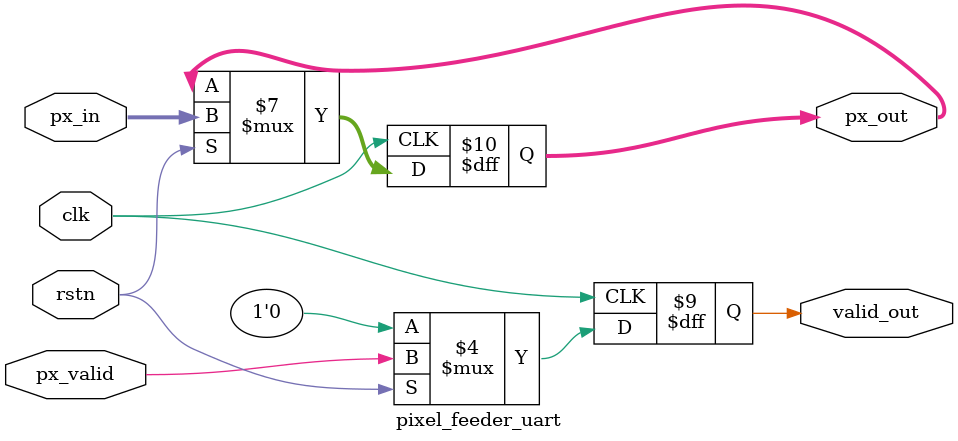
<source format=sv>
module pixel_feeder_uart #(
    parameter PIX_W = 8
)(
    input  logic clk,
    input  logic rstn,

    // CPU → HW
    input  logic        px_valid,
    input  logic [7:0]  px_in,

    // HW → conv
    output logic        valid_out,
    output logic [7:0]  px_out
);

    always_ff @(posedge clk) begin
        if (!rstn) begin
            valid_out <= 0;
        end else begin
            valid_out <= px_valid;
            px_out    <= px_in;
        end
    end

endmodule

</source>
